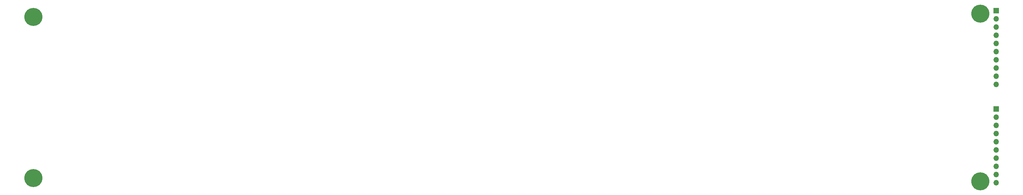
<source format=gbs>
G04 #@! TF.GenerationSoftware,KiCad,Pcbnew,8.0.6*
G04 #@! TF.CreationDate,2025-05-06T17:21:28+09:00*
G04 #@! TF.ProjectId,PCB_Keys,5043425f-4b65-4797-932e-6b696361645f,rev?*
G04 #@! TF.SameCoordinates,Original*
G04 #@! TF.FileFunction,Soldermask,Bot*
G04 #@! TF.FilePolarity,Negative*
%FSLAX46Y46*%
G04 Gerber Fmt 4.6, Leading zero omitted, Abs format (unit mm)*
G04 Created by KiCad (PCBNEW 8.0.6) date 2025-05-06 17:21:28*
%MOMM*%
%LPD*%
G01*
G04 APERTURE LIST*
%ADD10R,1.700000X1.700000*%
%ADD11O,1.700000X1.700000*%
%ADD12C,5.600000*%
G04 APERTURE END LIST*
D10*
X357525000Y-122730000D03*
D11*
X357525000Y-125270000D03*
X357525000Y-127810000D03*
X357525000Y-130350000D03*
X357525000Y-132890000D03*
X357525000Y-135430000D03*
X357525000Y-137970000D03*
X357525000Y-140510000D03*
X357525000Y-143050000D03*
X357525000Y-145590000D03*
D12*
X352635000Y-123630000D03*
X59635000Y-174630000D03*
X59635000Y-124630000D03*
D10*
X357525000Y-153210000D03*
D11*
X357525000Y-155750000D03*
X357525000Y-158290000D03*
X357525000Y-160830000D03*
X357525000Y-163370000D03*
X357525000Y-165910000D03*
X357525000Y-168450000D03*
X357525000Y-170990000D03*
X357525000Y-173530000D03*
X357525000Y-176070000D03*
D12*
X352635000Y-175630000D03*
M02*

</source>
